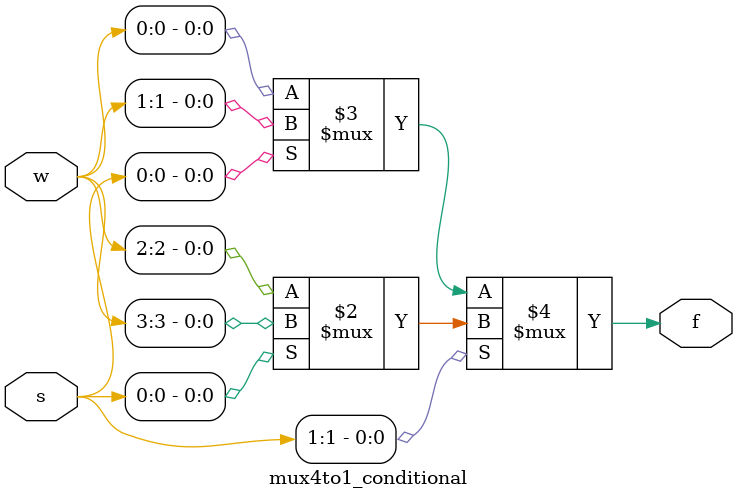
<source format=v>
module mux4to1_conditional(w,s,f);

input [0:3] w;
input [1:0] s;
output reg f;

always @(w,s) begin
    f = s[1] ? (s[0]? w[3]:w[2]):(s[0]? w[1]:w[0]);
end
endmodule
</source>
